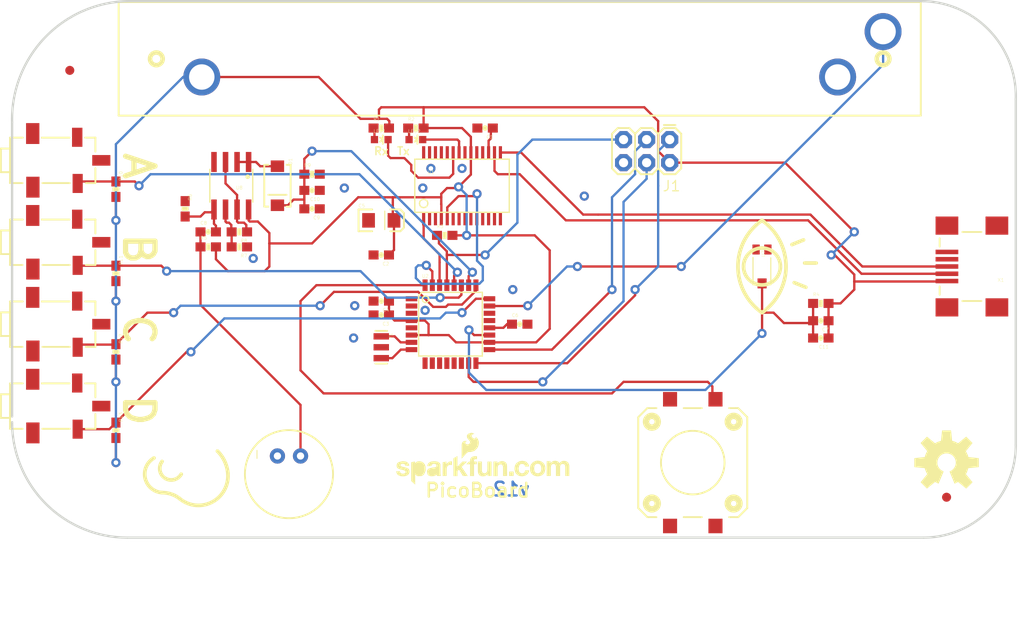
<source format=kicad_pcb>
(kicad_pcb (version 20211014) (generator pcbnew)
  (layers (0 "F.Cu" signal) (31 "B.Cu" signal) (34 "B.Paste" user) (35 "F.Paste" user) (36 "B.SilkS" user "B.Silkscreen") (37 "F.SilkS" user "F.Silkscreen") (38 "B.Mask" user) (39 "F.Mask" user) (44 "Edge.Cuts" user))
  (net 0 "")
  (net 1 "GND")
  (net 2 "USB_D-")
  (net 3 "USB_D+")
  (net 4 "3.3V")
  (net 5 "TXLED")
  (net 6 "RXLED")
  (net 7 "N$1")
  (net 8 "N$2")
  (net 9 "TXO")
  (net 10 "RXI")
  (net 11 "5V")
  (net 12 "N$5")
  (net 13 "N$6")
  (net 14 "RES")
  (net 15 "SCK")
  (net 16 "MISO")
  (net 17 "MOSI")
  (net 18 "N$7")
  (net 19 "N$8")
  (net 20 "N$9")
  (net 21 "N$11")
  (net 22 "N$3")
  (net 23 "N$13")
  (net 24 "N$16")
  (net 25 "RA")
  (net 26 "RB")
  (net 27 "RC")
  (net 28 "RD")
  (net 29 "SOUND")
  (net 30 "N$10")
  (net 31 "LIGHT")
  (footprint "boardEagle:0603-CAP" (layer "F.Cu") (at 145.32563 89.4461 180)
    (fp_text reference "C1")
    (fp_text value "0.1uF")
  )
  (footprint "boardEagle:TEMT6000-SEN" (layer "F.Cu") (at 175.80563 104.6861 -90)
    (fp_text reference "U7")
    (fp_text value "TEMT6000")
  )
  (footprint "boardEagle:0603-RES" (layer "F.Cu") (at 104.68563 114.0841 -90)
    (fp_text reference "R12")
    (fp_text value "10k")
  )
  (footprint "boardEagle:FIDUCIAL-1X2" (layer "F.Cu") (at 99.60563 83.0961)
    (fp_text reference "FID1" hide)
    (fp_text value "FIDUCIAL1X2" hide)
  )
  (footprint "boardEagle:CREATIVE_COMMONS" (layer "F.Cu") (at 113.57563 142.7861)
    (fp_text reference "FRAME1" hide)
    (fp_text value "FRAME-LETTER" hide)
  )
  (footprint "boardEagle:STEREOJACK2.5MM" (layer "F.Cu") (at 94.52563 111.0361)
    (fp_text reference "U5" hide)
    (fp_text value "2.5mm" hide)
  )
  (footprint "boardEagle:0603-RES" (layer "F.Cu") (at 182.28263 108.7501)
    (fp_text reference "R4")
    (fp_text value "100k")
  )
  (footprint "boardEagle:0603-CAP" (layer "F.Cu") (at 114.84563 100.8761)
    (fp_text reference "C8")
    (fp_text value "0.1uF")
  )
  (footprint "boardEagle:USB-MINIB" (layer "F.Cu") (at 198.66563 104.6861 180)
    (fp_text reference "X1")
    (fp_text value "USBSMD")
  )
  (footprint "boardEagle:0603-CAP" (layer "F.Cu") (at 126.27563 98.3361 180)
    (fp_text reference "C9")
    (fp_text value "0.1uF")
  )
  (footprint "boardEagle:RESONATOR-SMD" (layer "F.Cu") (at 133.89563 113.5761 -90)
    (fp_text reference "Y1")
    (fp_text value "16MHz")
  )
  (footprint "boardEagle:SLIDER" (layer "F.Cu") (at 149.13563 81.8261 180)
    (fp_text reference "U10" hide)
    (fp_text value "" hide)
  )
  (footprint "boardEagle:LED-0603" (layer "F.Cu") (at 133.89563 90.7161 -90)
    (fp_text reference "LED1")
    (fp_text value "Red")
  )
  (footprint "boardEagle:FIDUCIAL-1X2" (layer "F.Cu") (at 196.12563 130.0861)
    (fp_text reference "FID2" hide)
    (fp_text value "FIDUCIAL1X2" hide)
  )
  (footprint "boardEagle:0603-RES" (layer "F.Cu") (at 118.27463 102.5271 180)
    (fp_text reference "R7")
    (fp_text value "2.2k")
  )
  (footprint "boardEagle:0603-CAP" (layer "F.Cu") (at 126.27563 96.3041 180)
    (fp_text reference "C10")
    (fp_text value "0.1uF")
  )
  (footprint "boardEagle:0603-CAP" (layer "F.Cu") (at 149.13563 111.0361)
    (fp_text reference "C6")
    (fp_text value "0.1uF")
  )
  (footprint "boardEagle:STEREOJACK2.5MM" (layer "F.Cu") (at 94.52563 93.0021)
    (fp_text reference "U3" hide)
    (fp_text value "2.5mm" hide)
  )
  (footprint "boardEagle:0603-RES" (layer "F.Cu") (at 104.68563 96.1771 -90)
    (fp_text reference "R10")
    (fp_text value "10k")
  )
  (footprint "boardEagle:0603-RES" (layer "F.Cu") (at 104.68563 122.7201 -90)
    (fp_text reference "R13")
    (fp_text value "10k")
  )
  (footprint "boardEagle:SFE-NEW-WEBLOGO" (layer "F.Cu") (at 135.54663 128.6891)
    (fp_text reference "JP1" hide)
    (fp_text value "LOGO-SFENEW" hide)
  )
  (footprint "boardEagle:SMA-DIODE" (layer "F.Cu") (at 122.46563 95.7961 -90)
    (fp_text reference "D1")
    (fp_text value "MBRA140")
  )
  (footprint "boardEagle:OSHW-LOGO-L" (layer "F.Cu") (at 196.12563 126.2761)
    (fp_text reference "LOGO1" hide)
    (fp_text value "OSHW-LOGOL" hide)
  )
  (footprint "boardEagle:TACTILE-SMD-12MM" (layer "F.Cu") (at 168.18563 126.2761 90)
    (fp_text reference "S2" hide)
    (fp_text value "12mm Button" hide)
  )
  (footprint "boardEagle:2X3" (layer "F.Cu") (at 165.64563 90.7161 180)
    (fp_text reference "J1")
    (fp_text value "AVR Prog.")
  )
  (footprint "boardEagle:STEREOJACK2.5MM" (layer "F.Cu") (at 94.52563 102.0191)
    (fp_text reference "U4" hide)
    (fp_text value "2.5mm" hide)
  )
  (footprint "boardEagle:MIC-9.7MM" (layer "F.Cu") (at 123.73563 127.5461 -90)
    (fp_text reference "U9" hide)
    (fp_text value "MIC9.7MM" hide)
  )
  (footprint "boardEagle:0603-RES" (layer "F.Cu") (at 118.27463 100.8761 180)
    (fp_text reference "R8")
    (fp_text value "100k")
  )
  (footprint "boardEagle:0603-CAP" (layer "F.Cu") (at 182.28263 110.6551 180)
    (fp_text reference "C7")
    (fp_text value "0.22uF")
  )
  (footprint "boardEagle:TQFP32-08" (layer "F.Cu") (at 141.51563 111.0361)
    (fp_text reference "U2")
    (fp_text value "ATMEGA328")
  )
  (footprint "boardEagle:LED-0603" (layer "F.Cu") (at 137.70563 90.7161 -90)
    (fp_text reference "LED2")
    (fp_text value "Green")
  )
  (footprint "boardEagle:0603-RES" (layer "F.Cu") (at 140.88063 101.2571)
    (fp_text reference "R3")
    (fp_text value "10k")
  )
  (footprint "boardEagle:SSOP28DB" (layer "F.Cu") (at 142.78563 95.7961)
    (fp_text reference "U1")
    (fp_text value "FT232RLSSOP")
  )
  (footprint "boardEagle:0603-RES" (layer "F.Cu") (at 126.27563 94.5261)
    (fp_text reference "R9")
    (fp_text value "100k")
  )
  (footprint "boardEagle:STEREOJACK2.5MM" (layer "F.Cu") (at 94.52563 120.0531)
    (fp_text reference "U6" hide)
    (fp_text value "2.5mm" hide)
  )
  (footprint "boardEagle:0603-RES" (layer "F.Cu") (at 112.30563 98.3361 -90)
    (fp_text reference "R6")
    (fp_text value "10k")
  )
  (footprint "boardEagle:0603-RES" (layer "F.Cu") (at 114.84563 102.5271)
    (fp_text reference "R5")
    (fp_text value "10k")
  )
  (footprint "boardEagle:0603-CAP" (layer "F.Cu") (at 182.28263 112.5601 180)
    (fp_text reference "C11")
    (fp_text value "0.1uF")
  )
  (footprint "boardEagle:0603-RES" (layer "F.Cu") (at 104.68563 105.4481 -90)
    (fp_text reference "R11")
    (fp_text value "10k")
  )
  (footprint "boardEagle:0603-CAP" (layer "F.Cu") (at 133.89563 103.4161 180)
    (fp_text reference "C2")
    (fp_text value "0.1uF")
  )
  (footprint "boardEagle:0603-CAP" (layer "F.Cu") (at 133.89563 110.0201 180)
    (fp_text reference "C3")
    (fp_text value "0.1uF")
  )
  (footprint "boardEagle:0603-RES" (layer "F.Cu") (at 133.89563 89.4461)
    (fp_text reference "R1")
    (fp_text value "1K")
  )
  (footprint "boardEagle:EIA3216" (layer "F.Cu") (at 133.89563 99.6061)
    (fp_text reference "C5")
    (fp_text value "10uF")
  )
  (footprint "boardEagle:SO08" (layer "F.Cu") (at 117.38563 95.7961 180)
    (fp_text reference "U8")
    (fp_text value "LMV358")
  )
  (footprint "boardEagle:0603-RES" (layer "F.Cu") (at 137.70563 89.4461)
    (fp_text reference "R2")
    (fp_text value "1K")
  )
  (footprint "boardEagle:0603-CAP" (layer "F.Cu") (at 133.89563 108.4961 180)
    (fp_text reference "C4")
    (fp_text value "0.1uF")
  )
  (gr_arc (start 111.873829 127.5461) (mid 110.073306 127.974021) (end 109.76563 126.1491) (layer "F.SilkS") (width 0.4064))
  (gr_arc (start 115.861629 125.006099) (mid 116.64587 126.111828) (end 117.00463 127.4191) (layer "F.SilkS") (width 0.4064))
  (gr_line (start 179.10763 102.2731) (end 180.37763 101.7651) (layer "F.SilkS") (width 0.4064))
  (gr_line (start 179.36163 106.4641) (end 180.63163 106.9721) (layer "F.SilkS") (width 0.4064))
  (gr_arc (start 109.76563 129.5781) (mid 110.769839 129.740474) (end 111.67063 130.2131) (layer "F.SilkS") (width 0.4064))
  (gr_circle (center 175.80563 104.6861) (end 177.83763 104.6861) (layer "F.SilkS") (width 0.4064) (fill none))
  (gr_arc (start 175.80563 109.7661) (mid 173.161169 104.6861) (end 175.80563 99.6061) (layer "F.SilkS") (width 0.4064))
  (gr_arc (start 109.76563 129.578002) (mid 107.905152 128.003454) (end 108.87663 125.7681) (layer "F.SilkS") (width 0.4064))
  (gr_line (start 181.77463 104.3051) (end 180.50463 104.3051) (layer "F.SilkS") (width 0.4064))
  (gr_arc (start 175.805629 99.606099) (mid 178.450091 104.686099) (end 175.80563 109.7661) (layer "F.SilkS") (width 0.4064))
  (gr_arc (start 117.004629 127.4191) (mid 115.279963 130.6151) (end 111.67063 130.2131) (layer "F.SilkS") (width 0.4064))
  (gr_line (start 193.58563 134.5311) (end 105.95563 134.5311) (layer "Edge.Cuts") (width 0.254))
  (gr_arc (start 93.25563 88.8111) (mid 96.843861 79.513344) (end 105.95563 75.4761) (layer "Edge.Cuts") (width 0.254))
  (gr_line (start 193.58563 75.4761) (end 105.95563 75.4761) (layer "Edge.Cuts") (width 0.254))
  (gr_line (start 93.25563 121.1961) (end 93.25563 88.8111) (layer "Edge.Cuts") (width 0.254))
  (gr_arc (start 203.74563 124.3711) (mid 200.769835 131.555305) (end 193.58563 134.5311) (layer "Edge.Cuts") (width 0.254))
  (gr_line (start 203.74563 124.3711) (end 203.74563 86.2711) (layer "Edge.Cuts") (width 0.254))
  (gr_arc (start 105.95563 134.5311) (mid 96.975374 130.811356) (end 93.25563 121.8311) (layer "Edge.Cuts") (width 0.254))
  (gr_arc (start 193.58563 75.4761) (mid 200.901348 78.769395) (end 203.74563 86.2711) (layer "Edge.Cuts") (width 0.254))
  (gr_text "v12" (at 150.40563 130.0861) (layer "B.Cu") (effects (font (size 1.5113 1.5113) (thickness 0.2667)) (justify left bottom mirror)))
  (gr_text "A" (at 105.32063 91.8591 270) (layer "F.SilkS") (effects (font (size 3.2385 3.2385) (thickness 0.5715)) (justify left bottom)))
  (gr_text "D" (at 105.32063 118.5291 270) (layer "F.SilkS") (effects (font (size 3.2385 3.2385) (thickness 0.5715)) (justify left bottom)))
  (gr_text "C" (at 105.32063 109.6391 270) (layer "F.SilkS") (effects (font (size 3.2385 3.2385) (thickness 0.5715)) (justify left bottom)))
  (gr_text "Rx" (at 133.00663 92.4941) (layer "F.SilkS") (effects (font (size 0.8636 0.8636) (thickness 0.1524)) (justify left bottom)))
  (gr_text "PicoBoard" (at 138.59463 130.2131) (layer "F.SilkS") (effects (font (size 1.5113 1.5113) (thickness 0.2667)) (justify left bottom)))
  (gr_text "B" (at 105.32063 100.7491 270) (layer "F.SilkS") (effects (font (size 3.2385 3.2385) (thickness 0.5715)) (justify left bottom)))
  (gr_text "Tx" (at 135.54663 92.4941) (layer "F.SilkS") (effects (font (size 0.8636 0.8636) (thickness 0.1524)) (justify left bottom)))
  (via (at 138.72163 109.5121) (size 1.016) (drill 0.508) (layers "F.Cu" "B.Cu") (net 1))
  (via (at 129.83163 96.0501) (size 1.016) (drill 0.508) (layers "F.Cu" "B.Cu") (net 1))
  (via (at 142.78563 93.8911) (size 1.016) (drill 0.508) (layers "F.Cu" "B.Cu") (net 1))
  (via (at 130.97463 109.0041) (size 1.016) (drill 0.508) (layers "F.Cu" "B.Cu") (net 1))
  (via (at 138.46763 96.0501) (size 1.016) (drill 0.508) (layers "F.Cu" "B.Cu") (net 1))
  (via (at 148.37363 107.2261) (size 1.016) (drill 0.508) (layers "F.Cu" "B.Cu") (net 1))
  (via (at 156.24763 96.9391) (size 1.016) (drill 0.508) (layers "F.Cu" "B.Cu") (net 1))
  (via (at 139.35663 93.8911) (size 1.016) (drill 0.508) (layers "F.Cu" "B.Cu") (net 1))
  (via (at 119.79863 103.7971) (size 1.016) (drill 0.508) (layers "F.Cu" "B.Cu") (net 1))
  (via (at 130.84763 112.5601) (size 1.016) (drill 0.508) (layers "F.Cu" "B.Cu") (net 1))
  (segment (start 146.36063 92.1401) (end 146.36063 94.1641) (width 0.254) (layer "F.Cu") (net 2))
  (segment (start 148.88163 94.5261) (end 149.13563 94.5261) (width 0.254) (layer "F.Cu") (net 2))
  (segment (start 149.13563 94.5261) (end 154.21563 99.6061) (width 0.254) (layer "F.Cu") (net 2))
  (segment (start 146.72263 94.5261) (end 148.88163 94.5261) (width 0.254) (layer "F.Cu") (net 2))
  (segment (start 146.36063 94.1641) (end 146.72263 94.5261) (width 0.254) (layer "F.Cu") (net 2))
  (segment (start 186.76563 105.4861) (end 196.16563 105.4861) (width 0.254) (layer "F.Cu") (net 2))
  (segment (start 154.21563 99.6061) (end 180.88563 99.6061) (width 0.254) (layer "F.Cu") (net 2))
  (segment (start 180.88563 99.6061) (end 186.76563 105.4861) (width 0.254) (layer "F.Cu") (net 2))
  (segment (start 186.85463 104.6861) (end 196.16563 104.6861) (width 0.254) (layer "F.Cu") (net 3))
  (segment (start 156.12063 98.9711) (end 157.77163 98.9711) (width 0.254) (layer "F.Cu") (net 3))
  (segment (start 150.40563 93.2561) (end 156.12063 98.9711) (width 0.254) (layer "F.Cu") (net 3))
  (segment (start 147.01063 92.1401) (end 149.28963 92.1401) (width 0.254) (layer "F.Cu") (net 3))
  (segment (start 157.77163 98.9711) (end 181.13963 98.9711) (width 0.254) (layer "F.Cu") (net 3))
  (segment (start 181.13963 98.9711) (end 184.94963 102.7811) (width 0.254) (layer "F.Cu") (net 3))
  (segment (start 149.28963 92.1401) (end 150.40563 93.2561) (width 0.254) (layer "F.Cu") (net 3))
  (segment (start 185.20363 103.0351) (end 186.85463 104.6861) (width 0.254) (layer "F.Cu") (net 3))
  (segment (start 184.94963 102.7811) (end 185.20363 103.0351) (width 0.254) (layer "F.Cu") (net 3))
  (segment (start 145.71063 92.1401) (end 145.71063 90.8391) (width 0.254) (layer "F.Cu") (net 4))
  (segment (start 145.96063 90.5891) (end 145.96063 89.4461) (width 0.254) (layer "F.Cu") (net 4))
  (segment (start 145.96063 89.4461) (end 146.17563 89.4461) (width 0.254) (layer "F.Cu") (net 4))
  (segment (start 145.71063 90.8391) (end 145.96063 90.5891) (width 0.254) (layer "F.Cu") (net 4))
  (segment (start 137.95963 94.9071) (end 141.38863 94.9071) (width 0.254) (layer "F.Cu") (net 5))
  (segment (start 136.43563 92.7481) (end 134.91163 92.7481) (width 0.254) (layer "F.Cu") (net 5))
  (segment (start 137.95963 94.9071) (end 137.19763 94.1451) (width 0.254) (layer "F.Cu") (net 5))
  (segment (start 141.38863 94.9071) (end 141.81063 94.4851) (width 0.254) (layer "F.Cu") (net 5))
  (segment (start 137.19763 93.5101) (end 136.43563 92.7481) (width 0.254) (layer "F.Cu") (net 5))
  (segment (start 134.91163 92.7481) (end 134.64563 92.4821) (width 0.254) (layer "F.Cu") (net 5))
  (segment (start 141.81063 94.4851) (end 141.81063 92.1401) (width 0.254) (layer "F.Cu") (net 5))
  (segment (start 137.19763 94.1451) (end 137.19763 93.5101) (width 0.254) (layer "F.Cu") (net 5))
  (segment (start 134.64563 92.4821) (end 134.64563 90.7161) (width 0.254) (layer "F.Cu") (net 5))
  (segment (start 142.46063 90.8991) (end 142.46063 92.1401) (width 0.254) (layer "F.Cu") (net 6))
  (segment (start 138.45563 90.7161) (end 142.27763 90.7161) (width 0.254) (layer "F.Cu") (net 6))
  (segment (start 142.27763 90.7161) (end 142.46063 90.8991) (width 0.254) (layer "F.Cu") (net 6))
  (segment (start 133.14563 89.4461) (end 133.04563 89.4461) (width 0.254) (layer "F.Cu") (net 7))
  (segment (start 133.14563 90.7161) (end 133.14563 89.4461) (width 0.254) (layer "F.Cu") (net 7))
  (segment (start 136.95563 89.4461) (end 136.85563 89.4461) (width 0.254) (layer "F.Cu") (net 8))
  (segment (start 136.95563 90.7161) (end 136.95563 89.4461) (width 0.254) (layer "F.Cu") (net 8))
  (segment (start 141.16063 98.1831) (end 142.40463 96.9391) (width 0.254) (layer "F.Cu") (net 9))
  (segment (start 141.16063 99.4521) (end 141.16063 98.1831) (width 0.254) (layer "F.Cu") (net 9))
  (segment (start 139.51563 105.2261) (end 139.51563 106.7435) (width 0.254) (layer "F.Cu") (net 9))
  (segment (start 138.84863 104.5591) (end 139.51563 105.2261) (width 0.254) (layer "F.Cu") (net 9))
  (segment (start 142.40463 96.9391) (end 144.18263 96.9391) (width 0.254) (layer "F.Cu") (net 9))
  (segment (start 144.18263 96.9391) (end 144.43663 96.6851) (width 0.254) (layer "F.Cu") (net 9))
  (via (at 144.43663 96.6851) (size 1.016) (drill 0.508) (layers "F.Cu" "B.Cu") (net 9))
  (via (at 138.84863 104.5591) (size 1.016) (drill 0.508) (layers "F.Cu" "B.Cu") (net 9))
  (segment (start 138.34063 106.5911) (end 137.70563 105.9561) (width 0.254) (layer "B.Cu") (net 9))
  (segment (start 138.34063 106.5911) (end 144.69063 106.5911) (width 0.254) (layer "B.Cu") (net 9))
  (segment (start 137.70563 104.8131) (end 137.95963 104.5591) (width 0.254) (layer "B.Cu") (net 9))
  (segment (start 137.70563 105.9561) (end 137.70563 104.8131) (width 0.254) (layer "B.Cu") (net 9))
  (segment (start 145.07163 104.6861) (end 144.43663 104.0511) (width 0.254) (layer "B.Cu") (net 9))
  (segment (start 145.07163 106.2101) (end 145.07163 104.6861) (width 0.254) (layer "B.Cu") (net 9))
  (segment (start 144.43663 104.0511) (end 144.43663 96.6851) (width 0.254) (layer "B.Cu") (net 9))
  (segment (start 137.95963 104.5591) (end 138.84863 104.5591) (width 0.254) (layer "B.Cu") (net 9))
  (segment (start 144.69063 106.5911) (end 145.07163 106.2101) (width 0.254) (layer "B.Cu") (net 9))
  (segment (start 138.56063 101.6041) (end 138.56063 99.4521) (width 0.254) (layer "F.Cu") (net 10))
  (segment (start 140.31563 103.3591) (end 140.24563 103.2891) (width 0.254) (layer "F.Cu") (net 10))
  (segment (start 140.31563 104.2351) (end 140.31563 103.3591) (width 0.254) (layer "F.Cu") (net 10))
  (segment (start 140.31563 106.7435) (end 140.31563 104.2351) (width 0.254) (layer "F.Cu") (net 10))
  (segment (start 140.24563 103.2891) (end 138.56063 101.6041) (width 0.254) (layer "F.Cu") (net 10))
  (segment (start 134.53063 88.4301) (end 133.64163 88.4301) (width 0.254) (layer "F.Cu") (net 11))
  (segment (start 131.35563 97.0661) (end 126.27563 102.1461) (width 0.254) (layer "F.Cu") (net 11))
  (segment (start 134.74563 110.0201) (end 134.74563 108.4961) (width 0.254) (layer "F.Cu") (net 11))
  (segment (start 133.89563 87.1601) (end 133.64163 87.4141) (width 0.254) (layer "F.Cu") (net 11))
  (segment (start 143.29363 101.2571) (end 141.73063 101.2571) (width 0.254) (layer "F.Cu") (net 11))
  (segment (start 115.69563 103.8851) (end 117.00463 105.1941) (width 0.254) (layer "F.Cu") (net 11))
  (segment (start 131.60963 88.4301) (end 133.64163 88.4301) (width 0.254) (layer "F.Cu") (net 11))
  (segment (start 135.16563 99.4761) (end 135.16563 97.0661) (width 0.254) (layer "F.Cu") (net 11))
  (segment (start 140.49963 96.6851) (end 141.13463 96.0501) (width 0.254) (layer "F.Cu") (net 11))
  (segment (start 135.29563 99.6061) (end 135.16563 99.4761) (width 0.254) (layer "F.Cu") (net 11))
  (segment (start 143.76063 92.1401) (end 143.76063 90.4211) (width 0.254) (layer "F.Cu") (net 11))
  (segment (start 141.13463 96.0501) (end 142.27763 96.0501) (width 0.254) (layer "F.Cu") (net 11))
  (segment (start 134.78463 89.4071) (end 134.74563 89.4461) (width 0.254) (layer "F.Cu") (net 11))
  (segment (start 196.11463 106.3371) (end 196.16563 106.2861) (width 0.254) (layer "F.Cu") (net 11))
  (segment (start 145.80823 113.0361) (end 142.11863 113.0361) (width 0.254) (layer "F.Cu") (net 11))
  (segment (start 185.96563 105.5751) (end 185.96563 106.3371) (width 0.254) (layer "F.Cu") (net 11))
  (segment (start 178.34563 93.2561) (end 185.96563 100.8761) (width 0.254) (layer "F.Cu") (net 11))
  (segment (start 150.94563 113.0361) (end 145.80823 113.0361) (width 0.254) (layer "F.Cu") (net 11))
  (segment (start 140.49963 97.8281) (end 140.51063 97.8391) (width 0.254) (layer "F.Cu") (net 11))
  (segment (start 150.78663 101.2571) (end 143.29363 101.2571) (width 0.254) (layer "F.Cu") (net 11))
  (segment (start 138.70263 110.6361) (end 137.22303 110.6361) (width 0.254) (layer "F.Cu") (net 11))
  (segment (start 127.00563 83.8261) (end 131.60963 88.4301) (width 0.254) (layer "F.Cu") (net 11))
  (segment (start 134.53063 88.4301) (end 134.78463 88.6841) (width 0.254) (layer "F.Cu") (net 11))
  (segment (start 133.89563 87.1601) (end 138.55563 87.1601) (width 0.254) (layer "F.Cu") (net 11))
  (segment (start 121.57663 104.6861) (end 121.57663 102.1461) (width 0.254) (layer "F.Cu") (net 11))
  (segment (start 164.37563 91.9861) (end 165.64563 93.2561) (width 0.254) (layer "F.Cu") (net 11))
  (segment (start 183.13263 112.5601) (end 183.13263 110.6551) (width 0.254) (layer "F.Cu") (net 11))
  (segment (start 142.27763 96.0501) (end 142.40463 95.9231) (width 0.254) (layer "F.Cu") (net 11))
  (segment (start 152.43763 102.9081) (end 150.78663 101.2571) (width 0.254) (layer "F.Cu") (net 11))
  (segment (start 183.42563 103.4161) (end 183.80663 103.4161) (width 0.254) (layer "F.Cu") (net 11))
  (segment (start 183.20863 108.8261) (end 183.20863 108.8261) (width 0.254) (layer "F.Cu") (net 11))
  (segment (start 135.36163 110.6361) (end 137.22303 110.6361) (width 0.254) (layer "F.Cu") (net 11))
  (segment (start 138.55563 87.1601) (end 162.85163 87.1601) (width 0.254) (layer "F.Cu") (net 11))
  (segment (start 114.13563 83.8261) (end 127.00563 83.8261) (width 0.254) (layer "F.Cu") (net 11))
  (segment (start 162.85163 87.1601) (end 164.37563 88.6841) (width 0.254) (layer "F.Cu") (net 11))
  (segment (start 183.80663 103.4161) (end 185.96563 105.5751) (width 0.254) (layer "F.Cu") (net 11))
  (segment (start 185.96563 107.2261) (end 184.44163 108.7501) (width 0.254) (layer "F.Cu") (net 11))
  (segment (start 135.16563 97.0661) (end 140.49963 97.0661) (width 0.254) (layer "F.Cu") (net 11))
  (segment (start 126.27563 102.1461) (end 121.57663 102.1461) (width 0.254) (layer "F.Cu") (net 11))
  (segment (start 115.69563 102.5271) (end 115.69563 103.8851) (width 0.254) (layer "F.Cu") (net 11))
  (segment (start 139.10263 112.2361) (end 139.10263 111.0361) (width 0.254) (layer "F.Cu") (net 11))
  (segment (start 140.49963 97.8281) (end 140.49963 97.0661) (width 0.254) (layer "F.Cu") (net 11))
  (segment (start 140.51063 97.8391) (end 140.51063 99.4521) (width 0.254) (layer "F.Cu") (net 11))
  (segment (start 119.29063 99.6061) (end 119.41763 99.7331) (width 0.254) (layer "F.Cu") (net 11))
  (segment (start 140.49963 97.0661) (end 140.49963 96.6851) (width 0.254) (layer "F.Cu") (net 11))
  (segment (start 165.64563 93.2561) (end 178.34563 93.2561) (width 0.254) (layer "F.Cu") (net 11))
  (segment (start 143.76063 90.4211) (end 142.78563 89.4461) (width 0.254) (layer "F.Cu") (net 11))
  (segment (start 104.68563 123.5701) (end 104.68563 126.2761) (width 0.254) (layer "F.Cu") (net 11))
  (segment (start 104.68563 99.6061) (end 104.68563 97.0271) (width 0.254) (layer "F.Cu") (net 11))
  (segment (start 119.41763 99.7331) (end 120.30663 99.7331) (width 0.254) (layer "F.Cu") (net 11))
  (segment (start 104.68563 108.4961) (end 104.68563 106.2981) (width 0.254) (layer "F.Cu") (net 11))
  (segment (start 134.74563 103.4161) (end 135.29563 102.8661) (width 0.254) (layer "F.Cu") (net 11))
  (segment (start 134.78463 88.6841) (end 134.78463 89.4071) (width 0.254) (layer "F.Cu") (net 11))
  (segment (start 185.96563 106.3371) (end 185.96563 107.2261) (width 0.254) (layer "F.Cu") (net 11))
  (segment (start 142.40463 95.9231) (end 143.76063 94.5671) (width 0.254) (layer "F.Cu") (net 11))
  (segment (start 121.57663 102.1461) (end 121.57663 101.0031) (width 0.254) (layer "F.Cu") (net 11))
  (segment (start 152.43763 111.5441) (end 150.94563 113.0361) (width 0.254) (layer "F.Cu") (net 11))
  (segment (start 183.20863 108.8261) (end 183.20863 108.5861) (width 0.254) (layer "F.Cu") (net 11))
  (segment (start 142.78563 89.4461) (end 138.55563 89.4461) (width 0.254) (layer "F.Cu") (net 11))
  (segment (start 104.68563 117.3861) (end 104.68563 114.9341) (width 0.254) (layer "F.Cu") (net 11))
  (segment (start 135.29563 102.8661) (end 135.29563 99.6061) (width 0.254) (layer "F.Cu") (net 11))
  (segment (start 119.29063 98.4123) (end 119.29063 99.6061) (width 0.254) (layer "F.Cu") (net 11))
  (segment (start 143.76063 94.5671) (end 143.76063 92.1401) (width 0.254) (layer "F.Cu") (net 11))
  (segment (start 183.20863 108.8261) (end 183.13263 108.7501) (width 0.254) (layer "F.Cu") (net 11))
  (segment (start 133.64163 87.4141) (end 133.64163 88.4301) (width 0.254) (layer "F.Cu") (net 11))
  (segment (start 142.11863 113.0361) (end 141.31863 112.2361) (width 0.254) (layer "F.Cu") (net 11))
  (segment (start 183.13263 110.6551) (end 183.13263 108.7501) (width 0.254) (layer "F.Cu") (net 11))
  (segment (start 135.16563 97.0661) (end 131.35563 97.0661) (width 0.254) (layer "F.Cu") (net 11))
  (segment (start 121.06863 105.1941) (end 121.57663 104.6861) (width 0.254) (layer "F.Cu") (net 11))
  (segment (start 185.96563 106.3371) (end 196.11463 106.3371) (width 0.254) (layer "F.Cu") (net 11))
  (segment (start 184.44163 108.7501) (end 183.13263 108.7501) (width 0.254) (layer "F.Cu") (net 11))
  (segment (start 134.74563 110.0201) (end 135.36163 110.6361) (width 0.254) (layer "F.Cu") (net 11))
  (segment (start 139.10263 111.0361) (end 138.70263 110.6361) (width 0.254) (layer "F.Cu") (net 11))
  (segment (start 120.30663 99.7331) (end 121.57663 101.0031) (width 0.254) (layer "F.Cu") (net 11))
  (segment (start 139.10263 112.2361) (end 137.22303 112.2361) (width 0.254) (layer "F.Cu") (net 11))
  (segment (start 138.55563 89.4461) (end 138.55563 87.1601) (width 0.254) (layer "F.Cu") (net 11))
  (segment (start 117.00463 105.1941) (end 121.06863 105.1941) (width 0.254) (layer "F.Cu") (net 11))
  (segment (start 141.31863 112.2361) (end 139.10263 112.2361) (width 0.254) (layer "F.Cu") (net 11))
  (segment (start 152.43763 111.5441) (end 152.43763 102.9081) (width 0.254) (layer "F.Cu") (net 11))
  (segment (start 164.37563 88.6841) (end 164.37563 91.9861) (width 0.254) (layer "F.Cu") (net 11))
  (via (at 142.40463 95.9231) (size 1.016) (drill 0.508) (layers "F.Cu" "B.Cu") (net 11))
  (via (at 104.68563 117.3861) (size 1.016) (drill 0.508) (layers "F.Cu" "B.Cu") (net 11))
  (via (at 183.42563 103.4161) (size 1.016) (drill 0.508) (layers "F.Cu" "B.Cu") (net 11))
  (via (at 143.29363 101.2571) (size 1.016) (drill 0.508) (layers "F.Cu" "B.Cu") (net 11))
  (via (at 104.68563 126.2761) (size 1.016) (drill 0.508) (layers "F.Cu" "B.Cu") (net 11))
  (via (at 104.68563 99.6061) (size 1.016) (drill 0.508) (layers "F.Cu" "B.Cu") (net 11))
  (via (at 185.96563 100.8761) (size 1.016) (drill 0.508) (layers "F.Cu" "B.Cu") (net 11))
  (via (at 104.68563 108.4961) (size 1.016) (drill 0.508) (layers "F.Cu" "B.Cu") (net 11))
  (segment (start 104.68563 117.3861) (end 104.68563 108.4961) (width 0.254) (layer "B.Cu") (net 11))
  (segment (start 143.29363 96.8121) (end 143.29363 101.2571) (width 0.254) (layer "B.Cu") (net 11))
  (segment (start 104.68563 91.2241) (end 112.08363 83.8261) (width 0.254) (layer "B.Cu") (net 11))
  (segment (start 104.68563 126.2761) (end 104.68563 117.3861) (width 0.254) (layer "B.Cu") (net 11))
  (segment (start 104.68563 108.4961) (end 104.68563 99.6061) (width 0.254) (layer "B.Cu") (net 11))
  (segment (start 185.96563 100.8761) (end 183.42563 103.4161) (width 0.254) (layer "B.Cu") (net 11))
  (segment (start 142.40463 95.9231) (end 143.29363 96.8121) (width 0.254) (layer "B.Cu") (net 11))
  (segment (start 112.08363 83.8261) (end 114.13563 83.8261) (width 0.254) (layer "B.Cu") (net 11))
  (segment (start 104.68563 99.6061) (end 104.68563 91.2241) (width 0.254) (layer "B.Cu") (net 11))
  (segment (start 133.89563 112.3761) (end 135.36263 112.3761) (width 0.254) (layer "F.Cu") (net 12))
  (segment (start 135.41963 112.4331) (end 136.02263 113.0361) (width 0.254) (layer "F.Cu") (net 12))
  (segment (start 136.02263 113.0361) (end 137.22303 113.0361) (width 0.254) (layer "F.Cu") (net 12))
  (segment (start 135.36263 112.3761) (end 135.41963 112.4331) (width 0.254) (layer "F.Cu") (net 12))
  (segment (start 136.04863 113.8361) (end 137.22303 113.8361) (width 0.254) (layer "F.Cu") (net 13))
  (segment (start 133.89563 114.7761) (end 135.10863 114.7761) (width 0.254) (layer "F.Cu") (net 13))
  (segment (start 135.16563 114.7191) (end 136.04863 113.8361) (width 0.254) (layer "F.Cu") (net 13))
  (segment (start 135.10863 114.7761) (end 135.16563 114.7191) (width 0.254) (layer "F.Cu") (net 13))
  (segment (start 141.11563 106.7435) (end 141.11563 103.4161) (width 0.254) (layer "F.Cu") (net 14))
  (segment (start 141.11563 103.4161) (end 141.11563 103.0161) (width 0.254) (layer "F.Cu") (net 14))
  (segment (start 141.11563 103.0161) (end 140.24563 102.1461) (width 0.254) (layer "F.Cu") (net 14))
  (segment (start 140.24563 101.4721) (end 140.03063 101.2571) (width 0.254) (layer "F.Cu") (net 14))
  (segment (start 145.32563 103.4161) (end 141.11563 103.4161) (width 0.254) (layer "F.Cu") (net 14))
  (segment (start 140.24563 102.1461) (end 140.24563 101.4721) (width 0.254) (layer "F.Cu") (net 14))
  (via (at 145.32563 103.4161) (size 1.016) (drill 0.508) (layers "F.Cu" "B.Cu") (net 14))
  (segment (start 148.88163 92.3671) (end 150.53263 90.7161) (width 0.254) (layer "B.Cu") (net 14))
  (segment (start 145.32563 103.4161) (end 148.88163 99.8601) (width 0.254) (layer "B.Cu") (net 14))
  (segment (start 148.88163 99.8601) (end 148.88163 92.3671) (width 0.254) (layer "B.Cu") (net 14))
  (segment (start 150.53263 90.7161) (end 160.56563 90.7161) (width 0.254) (layer "B.Cu") (net 14))
  (segment (start 152.68563 113.8361) (end 152.94563 113.5761) (width 0.254) (layer "F.Cu") (net 15))
  (segment (start 145.80823 113.8361) (end 152.68563 113.8361) (width 0.254) (layer "F.Cu") (net 15))
  (segment (start 152.94563 113.5761) (end 159.29563 107.2261) (width 0.254) (layer "F.Cu") (net 15))
  (via (at 159.29563 107.2261) (size 1.016) (drill 0.508) (layers "F.Cu" "B.Cu") (net 15))
  (segment (start 161.83563 91.9861) (end 163.10563 90.7161) (width 0.254) (layer "B.Cu") (net 15))
  (segment (start 159.29563 97.0661) (end 161.83563 94.5261) (width 0.254) (layer "B.Cu") (net 15))
  (segment (start 159.29563 107.2261) (end 159.29563 97.0661) (width 0.254) (layer "B.Cu") (net 15))
  (segment (start 161.83563 94.5261) (end 161.83563 93.2561) (width 0.254) (layer "B.Cu") (net 15))
  (segment (start 161.83563 93.2561) (end 161.83563 91.9861) (width 0.254) (layer "B.Cu") (net 15))
  (segment (start 144.31563 115.3287) (end 154.36803 115.3287) (width 0.254) (layer "F.Cu") (net 16))
  (segment (start 161.83563 107.8611) (end 161.83563 107.2261) (width 0.254) (layer "F.Cu") (net 16))
  (segment (start 154.36803 115.3287) (end 155.23163 114.4651) (width 0.254) (layer "F.Cu") (net 16))
  (segment (start 155.23163 114.4651) (end 155.35863 114.3381) (width 0.254) (layer "F.Cu") (net 16))
  (segment (start 161.20063 108.4961) (end 161.83563 107.8611) (width 0.254) (layer "F.Cu") (net 16))
  (segment (start 155.35863 114.3381) (end 161.20063 108.4961) (width 0.254) (layer "F.Cu") (net 16))
  (via (at 161.83563 107.2261) (size 1.016) (drill 0.508) (layers "F.Cu" "B.Cu") (net 16))
  (segment (start 164.37563 91.9861) (end 165.64563 90.7161) (width 0.254) (layer "B.Cu") (net 16))
  (segment (start 161.83563 107.2261) (end 164.37563 104.6861) (width 0.254) (layer "B.Cu") (net 16))
  (segment (start 164.37563 104.6861) (end 164.37563 95.7961) (width 0.254) (layer "B.Cu") (net 16))
  (segment (start 164.37563 95.7961) (end 164.37563 91.9861) (width 0.254) (layer "B.Cu") (net 16))
  (segment (start 143.51563 115.3287) (end 143.51563 116.8461) (width 0.254) (layer "F.Cu") (net 17))
  (segment (start 143.51563 116.8461) (end 144.05563 117.3861) (width 0.254) (layer "F.Cu") (net 17))
  (segment (start 144.05563 117.3861) (end 151.67563 117.3861) (width 0.254) (layer "F.Cu") (net 17))
  (via (at 151.67563 117.3861) (size 1.016) (drill 0.508) (layers "F.Cu" "B.Cu") (net 17))
  (segment (start 151.67563 117.3861) (end 160.56563 108.4961) (width 0.254) (layer "B.Cu") (net 17))
  (segment (start 163.10563 95.0341) (end 163.10563 93.2561) (width 0.254) (layer "B.Cu") (net 17))
  (segment (start 160.56563 108.4961) (end 160.56563 97.5741) (width 0.254) (layer "B.Cu") (net 17))
  (segment (start 160.56563 97.5741) (end 163.10563 95.0341) (width 0.254) (layer "B.Cu") (net 17))
  (segment (start 145.80823 111.4361) (end 147.33863 111.4361) (width 0.254) (layer "F.Cu") (net 18))
  (segment (start 147.73863 111.0361) (end 148.28563 111.0361) (width 0.254) (layer "F.Cu") (net 18))
  (segment (start 147.48463 111.2901) (end 147.73863 111.0361) (width 0.254) (layer "F.Cu") (net 18))
  (segment (start 147.33863 111.4361) (end 147.48463 111.2901) (width 0.254) (layer "F.Cu") (net 18))
  (segment (start 125.00563 108.4961) (end 126.75823 106.7435) (width 0.254) (layer "F.Cu") (net 19))
  (segment (start 170.68563 119.9661) (end 170.68563 119.3011) (width 0.254) (layer "F.Cu") (net 19))
  (segment (start 125.00563 116.1161) (end 125.00563 108.4961) (width 0.254) (layer "F.Cu") (net 19))
  (segment (start 170.34463 118.9601) (end 170.68563 119.3011) (width 0.254) (layer "F.Cu") (net 19))
  (segment (start 126.75823 106.7435) (end 138.71563 106.7435) (width 0.254) (layer "F.Cu") (net 19))
  (segment (start 170.72563 119.9261) (end 170.68563 119.9661) (width 0.254) (layer "F.Cu") (net 19))
  (segment (start 160.56563 117.3861) (end 169.83663 117.3861) (width 0.254) (layer "F.Cu") (net 19))
  (segment (start 159.29563 118.6561) (end 160.56563 117.3861) (width 0.254) (layer "F.Cu") (net 19))
  (segment (start 169.83663 117.3861) (end 170.34463 117.8941) (width 0.254) (layer "F.Cu") (net 19))
  (segment (start 170.34463 117.8941) (end 170.34463 118.9601) (width 0.254) (layer "F.Cu") (net 19))
  (segment (start 127.54563 118.6561) (end 159.29563 118.6561) (width 0.254) (layer "F.Cu") (net 19))
  (segment (start 127.54563 118.6561) (end 125.00563 116.1161) (width 0.254) (layer "F.Cu") (net 19))
  (segment (start 125.00563 125.5461) (end 125.00563 119.9261) (width 0.254) (layer "F.Cu") (net 20))
  (segment (start 125.00563 119.9261) (end 113.99563 108.9161) (width 0.254) (layer "F.Cu") (net 20))
  (segment (start 113.99563 102.5271) (end 113.99563 100.8761) (width 0.254) (layer "F.Cu") (net 20))
  (segment (start 113.99563 108.9161) (end 113.99563 102.5271) (width 0.254) (layer "F.Cu") (net 20))
  (segment (start 115.69563 100.2021) (end 115.48063 99.9871) (width 0.254) (layer "F.Cu") (net 21))
  (segment (start 112.30563 99.1861) (end 113.99563 99.1861) (width 0.254) (layer "F.Cu") (net 21))
  (segment (start 115.48063 99.9871) (end 115.48063 98.4123) (width 0.254) (layer "F.Cu") (net 21))
  (segment (start 115.69563 100.8761) (end 115.69563 100.2021) (width 0.254) (layer "F.Cu") (net 21))
  (segment (start 114.46463 98.7171) (end 115.17583 98.7171) (width 0.254) (layer "F.Cu") (net 21))
  (segment (start 113.99563 99.1861) (end 114.46463 98.7171) (width 0.254) (layer "F.Cu") (net 21))
  (segment (start 115.17583 98.7171) (end 115.48063 98.4123) (width 0.254) (layer "F.Cu") (net 21))
  (segment (start 116.75063 99.7331) (end 116.87763 99.8601) (width 0.254) (layer "F.Cu") (net 22))
  (segment (start 117.13163 99.8601) (end 117.38563 100.1141) (width 0.254) (layer "F.Cu") (net 22))
  (segment (start 116.75063 98.4123) (end 116.75063 99.7331) (width 0.254) (layer "F.Cu") (net 22))
  (segment (start 117.38563 100.8371) (end 117.42463 100.8761) (width 0.254) (layer "F.Cu") (net 22))
  (segment (start 117.38563 100.1141) (end 117.38563 100.8371) (width 0.254) (layer "F.Cu") (net 22))
  (segment (start 117.42463 102.5271) (end 117.42463 100.8761) (width 0.254) (layer "F.Cu") (net 22))
  (segment (start 116.87763 99.8601) (end 117.13163 99.8601) (width 0.254) (layer "F.Cu") (net 22))
  (segment (start 120.30663 93.3831) (end 120.56963 93.6461) (width 0.254) (layer "F.Cu") (net 23))
  (segment (start 118.19843 93.1799) (end 119.29063 93.1799) (width 0.254) (layer "F.Cu") (net 23))
  (segment (start 120.56963 93.6461) (end 122.46563 93.6461) (width 0.254) (layer "F.Cu") (net 23))
  (segment (start 118.14763 93.1291) (end 118.19843 93.1799) (width 0.254) (layer "F.Cu") (net 23))
  (segment (start 118.02063 93.1799) (end 118.09683 93.1799) (width 0.254) (layer "F.Cu") (net 23))
  (segment (start 119.29063 93.1799) (end 120.10343 93.1799) (width 0.254) (layer "F.Cu") (net 23))
  (segment (start 120.17963 93.2561) (end 120.30663 93.3831) (width 0.254) (layer "F.Cu") (net 23))
  (segment (start 118.09683 93.1799) (end 118.14763 93.1291) (width 0.254) (layer "F.Cu") (net 23))
  (segment (start 120.10343 93.1799) (end 120.17963 93.2561) (width 0.254) (layer "F.Cu") (net 23))
  (segment (start 119.03663 100.7881) (end 119.12463 100.8761) (width 0.254) (layer "F.Cu") (net 24))
  (segment (start 118.02063 98.4123) (end 118.02063 99.7331) (width 0.254) (layer "F.Cu") (net 24))
  (segment (start 118.02063 96.8121) (end 116.75063 95.5421) (width 0.254) (layer "F.Cu") (net 24))
  (segment (start 118.02063 99.7331) (end 118.14763 99.8601) (width 0.254) (layer "F.Cu") (net 24))
  (segment (start 119.03663 100.1141) (end 119.03663 100.7881) (width 0.254) (layer "F.Cu") (net 24))
  (segment (start 118.02063 98.4123) (end 118.02063 96.8121) (width 0.254) (layer "F.Cu") (net 24))
  (segment (start 116.75063 95.5421) (end 116.75063 93.1799) (width 0.254) (layer "F.Cu") (net 24))
  (segment (start 118.78263 99.8601) (end 119.03663 100.1141) (width 0.254) (layer "F.Cu") (net 24))
  (segment (start 118.14763 99.8601) (end 118.78263 99.8601) (width 0.254) (layer "F.Cu") (net 24))
  (segment (start 104.68563 95.3271) (end 106.75663 95.3271) (width 0.254) (layer "F.Cu") (net 25))
  (segment (start 142.27763 105.3211) (end 141.91563 105.6831) (width 0.254) (layer "F.Cu") (net 25))
  (segment (start 104.68563 95.3271) (end 100.68983 95.3271) (width 0.254) (layer "F.Cu") (net 25))
  (segment (start 100.68983 95.3271) (end 100.47483 95.5421) (width 0.254) (layer "F.Cu") (net 25))
  (segment (start 106.75663 95.3271) (end 107.22563 95.7961) (width 0.254) (layer "F.Cu") (net 25))
  (segment (start 141.91563 105.6831) (end 141.91563 106.7435) (width 0.254) (layer "F.Cu") (net 25))
  (via (at 142.27763 105.3211) (size 1.016) (drill 0.508) (layers "F.Cu" "B.Cu") (net 25))
  (via (at 107.22563 95.7961) (size 1.016) (drill 0.508) (layers "F.Cu" "B.Cu") (net 25))
  (segment (start 131.48263 94.5261) (end 142.27763 105.3211) (width 0.254) (layer "B.Cu") (net 25))
  (segment (start 108.49563 94.5261) (end 131.48263 94.5261) (width 0.254) (layer "B.Cu") (net 25))
  (segment (start 107.22563 95.7961) (end 108.49563 94.5261) (width 0.254) (layer "B.Cu") (net 25))
  (segment (start 100.74863 104.4321) (end 100.78463 104.3961) (width 0.254) (layer "F.Cu") (net 26))
  (segment (start 104.68563 104.5981) (end 100.51383 104.5981) (width 0.254) (layer "F.Cu") (net 26))
  (segment (start 104.68563 104.5981) (end 109.67763 104.5981) (width 0.254) (layer "F.Cu") (net 26))
  (segment (start 142.40463 108.1151) (end 142.71563 107.8041) (width 0.254) (layer "F.Cu") (net 26))
  (segment (start 142.71563 107.8041) (end 142.71563 106.7435) (width 0.254) (layer "F.Cu") (net 26))
  (segment (start 100.63783 104.3961) (end 100.47483 104.5591) (width 0.254) (layer "F.Cu") (net 26))
  (segment (start 100.71263 104.3961) (end 100.63783 104.3961) (width 0.254) (layer "F.Cu") (net 26))
  (segment (start 140.37263 108.1151) (end 142.40463 108.1151) (width 0.254) (layer "F.Cu") (net 26))
  (segment (start 100.51383 104.5981) (end 100.47483 104.5591) (width 0.254) (layer "F.Cu") (net 26))
  (segment (start 100.71263 104.3961) (end 100.74863 104.4321) (width 0.254) (layer "F.Cu") (net 26))
  (segment (start 109.67763 104.5981) (end 110.27363 105.1941) (width 0.254) (layer "F.Cu") (net 26))
  (via (at 140.37263 108.1151) (size 1.016) (drill 0.508) (layers "F.Cu" "B.Cu") (net 26))
  (via (at 110.27363 105.1941) (size 1.016) (drill 0.508) (layers "F.Cu" "B.Cu") (net 26))
  (segment (start 134.53063 108.1151) (end 140.37263 108.1151) (width 0.254) (layer "B.Cu") (net 26))
  (segment (start 110.27363 105.1941) (end 131.60963 105.1941) (width 0.254) (layer "B.Cu") (net 26))
  (segment (start 131.60963 105.1941) (end 134.53063 108.1151) (width 0.254) (layer "B.Cu") (net 26))
  (segment (start 128.68863 107.4801) (end 137.95963 107.4801) (width 0.254) (layer "F.Cu") (net 27))
  (segment (start 100.83963 113.2861) (end 100.87563 113.3221) (width 0.254) (layer "F.Cu") (net 27))
  (segment (start 108.15363 109.7661) (end 111.03563 109.7661) (width 0.254) (layer "F.Cu") (net 27))
  (segment (start 104.63363 113.2861) (end 100.83963 113.2861) (width 0.254) (layer "F.Cu") (net 27))
  (segment (start 144.31563 107.3471) (end 144.31563 106.7435) (width 0.254) (layer "F.Cu") (net 27))
  (segment (start 104.68563 113.2341) (end 108.15363 109.7661) (width 0.254) (layer "F.Cu") (net 27))
  (segment (start 142.78563 108.8771) (end 144.31563 107.3471) (width 0.254) (layer "F.Cu") (net 27))
  (segment (start 127.16463 109.0041) (end 128.68863 107.4801) (width 0.254) (layer "F.Cu") (net 27))
  (segment (start 141.26163 108.8771) (end 142.78563 108.8771) (width 0.254) (layer "F.Cu") (net 27))
  (segment (start 100.76483 113.2861) (end 100.47483 113.5761) (width 0.254) (layer "F.Cu") (net 27))
  (segment (start 104.68563 113.2341) (end 104.63363 113.2861) (width 0.254) (layer "F.Cu") (net 27))
  (segment (start 141.00763 109.1311) (end 141.26163 108.8771) (width 0.254) (layer "F.Cu") (net 27))
  (segment (start 100.87563 113.3221) (end 100.91163 113.2861) (width 0.254) (layer "F.Cu") (net 27))
  (segment (start 100.83963 113.2861) (end 100.76483 113.2861) (width 0.254) (layer "F.Cu") (net 27))
  (segment (start 137.95963 107.4801) (end 139.61063 109.1311) (width 0.254) (layer "F.Cu") (net 27))
  (segment (start 139.61063 109.1311) (end 141.00763 109.1311) (width 0.254) (layer "F.Cu") (net 27))
  (via (at 127.16463 109.0041) (size 1.016) (drill 0.508) (layers "F.Cu" "B.Cu") (net 27))
  (via (at 111.03563 109.7661) (size 1.016) (drill 0.508) (layers "F.Cu" "B.Cu") (net 27))
  (segment (start 111.03563 109.7661) (end 111.79763 109.0041) (width 0.254) (layer "B.Cu") (net 27))
  (segment (start 111.79763 109.0041) (end 127.16463 109.0041) (width 0.254) (layer "B.Cu") (net 27))
  (segment (start 100.47483 122.5931) (end 100.47483 122.2319) (width 0.254) (layer "F.Cu") (net 28))
  (segment (start 104.68563 121.8701) (end 112.47163 114.0841) (width 0.254) (layer "F.Cu") (net 28))
  (segment (start 103.96263 122.5931) (end 100.47483 122.5931) (width 0.254) (layer "F.Cu") (net 28))
  (segment (start 112.47163 114.0841) (end 112.94063 114.0841) (width 0.254) (layer "F.Cu") (net 28))
  (segment (start 104.68563 121.8701) (end 103.96263 122.5931) (width 0.254) (layer "F.Cu") (net 28))
  (segment (start 144.31563 108.2361) (end 145.80823 108.2361) (width 0.254) (layer "F.Cu") (net 28))
  (segment (start 142.78563 109.7661) (end 144.31563 108.2361) (width 0.254) (layer "F.Cu") (net 28))
  (segment (start 100.53063 122.1761) (end 100.47483 122.2319) (width 0.254) (layer "F.Cu") (net 28))
  (via (at 142.78563 109.7661) (size 1.016) (drill 0.508) (layers "F.Cu" "B.Cu") (net 28))
  (via (at 112.94063 114.0841) (size 1.016) (drill 0.508) (layers "F.Cu" "B.Cu") (net 28))
  (segment (start 140.37263 110.4011) (end 141.00763 109.7661) (width 0.254) (layer "B.Cu") (net 28))
  (segment (start 141.00763 109.7661) (end 142.78563 109.7661) (width 0.254) (layer "B.Cu") (net 28))
  (segment (start 116.62363 110.4011) (end 140.37263 110.4011) (width 0.254) (layer "B.Cu") (net 28))
  (segment (start 112.94063 114.0841) (end 116.62363 110.4011) (width 0.254) (layer "B.Cu") (net 28))
  (segment (start 143.92863 105.3211) (end 143.51563 105.7341) (width 0.254) (layer "F.Cu") (net 29))
  (segment (start 122.46563 97.9461) (end 123.61763 97.9461) (width 0.254) (layer "F.Cu") (net 29))
  (segment (start 125.42563 94.5261) (end 125.42563 92.8361) (width 0.254) (layer "F.Cu") (net 29))
  (segment (start 125.42563 97.3201) (end 125.42563 97.0661) (width 0.254) (layer "F.Cu") (net 29))
  (segment (start 125.42563 92.8361) (end 126.27563 91.9861) (width 0.254) (layer "F.Cu") (net 29))
  (segment (start 123.61763 97.9461) (end 124.24363 97.3201) (width 0.254) (layer "F.Cu") (net 29))
  (segment (start 125.42563 96.3041) (end 125.42563 94.5261) (width 0.254) (layer "F.Cu") (net 29))
  (segment (start 124.24363 97.3201) (end 125.42563 97.3201) (width 0.254) (layer "F.Cu") (net 29))
  (segment (start 125.42563 98.3361) (end 125.42563 97.3201) (width 0.254) (layer "F.Cu") (net 29))
  (segment (start 125.42563 97.0661) (end 125.42563 96.3041) (width 0.254) (layer "F.Cu") (net 29))
  (segment (start 143.51563 105.7341) (end 143.51563 106.7435) (width 0.254) (layer "F.Cu") (net 29))
  (via (at 126.27563 91.9861) (size 1.016) (drill 0.508) (layers "F.Cu" "B.Cu") (net 29))
  (via (at 143.92863 105.3211) (size 1.016) (drill 0.508) (layers "F.Cu" "B.Cu") (net 29))
  (segment (start 130.59363 91.9861) (end 143.92863 105.3211) (width 0.254) (layer "B.Cu") (net 29))
  (segment (start 126.27563 91.9861) (end 130.59363 91.9861) (width 0.254) (layer "B.Cu") (net 29))
  (segment (start 145.80823 109.0361) (end 149.99263 109.0361) (width 0.254) (layer "F.Cu") (net 30))
  (segment (start 149.99263 109.0361) (end 150.02463 109.0041) (width 0.254) (layer "F.Cu") (net 30))
  (segment (start 155.48563 104.6861) (end 166.91563 104.6861) (width 0.254) (layer "F.Cu") (net 30))
  (via (at 166.91563 104.6861) (size 1.016) (drill 0.508) (layers "F.Cu" "B.Cu") (net 30))
  (via (at 155.48563 104.6861) (size 1.016) (drill 0.508) (layers "F.Cu" "B.Cu") (net 30))
  (via (at 150.02463 109.0041) (size 1.016) (drill 0.508) (layers "F.Cu" "B.Cu") (net 30))
  (segment (start 150.02463 109.0041) (end 154.34263 104.6861) (width 0.254) (layer "B.Cu") (net 30))
  (segment (start 189.14063 78.9051) (end 189.14063 78.8311) (width 0.254) (layer "B.Cu") (net 30))
  (segment (start 166.91563 104.6861) (end 189.14063 82.4611) (width 0.254) (layer "B.Cu") (net 30))
  (segment (start 189.14063 78.8311) (end 189.13563 78.8261) (width 0.254) (layer "B.Cu") (net 30))
  (segment (start 189.14063 82.4611) (end 189.14063 78.9051) (width 0.254) (layer "B.Cu") (net 30))
  (segment (start 154.34263 104.6861) (end 155.48563 104.6861) (width 0.254) (layer "B.Cu") (net 30))
  (segment (start 175.81563 112.0421) (end 175.80563 112.0521) (width 0.254) (layer "F.Cu") (net 31))
  (segment (start 181.43263 110.6551) (end 181.43263 108.7501) (width 0.254) (layer "F.Cu") (net 31))
  (segment (start 143.54763 111.6711) (end 144.11263 112.2361) (width 0.254) (layer "F.Cu") (net 31))
  (segment (start 175.81563 106.5461) (end 175.81563 109.7661) (width 0.254) (layer "F.Cu") (net 31))
  (segment (start 144.11263 112.2361) (end 145.80823 112.2361) (width 0.254) (layer "F.Cu") (net 31))
  (segment (start 178.21863 110.9091) (end 177.07563 109.7661) (width 0.254) (layer "F.Cu") (net 31))
  (segment (start 181.43263 112.5601) (end 181.43263 110.6551) (width 0.254) (layer "F.Cu") (net 31))
  (segment (start 177.07563 109.7661) (end 175.81563 109.7661) (width 0.254) (layer "F.Cu") (net 31))
  (segment (start 181.43263 110.6551) (end 181.17863 110.9091) (width 0.254) (layer "F.Cu") (net 31))
  (segment (start 175.81563 109.7661) (end 175.81563 112.0421) (width 0.254) (layer "F.Cu") (net 31))
  (segment (start 181.17863 110.9091) (end 178.21863 110.9091) (width 0.254) (layer "F.Cu") (net 31))
  (via (at 175.80563 112.0521) (size 1.016) (drill 0.508) (layers "F.Cu" "B.Cu") (net 31))
  (via (at 143.54763 111.6711) (size 1.016) (drill 0.508) (layers "F.Cu" "B.Cu") (net 31))
  (segment (start 145.45263 118.2751) (end 143.54763 116.3701) (width 0.254) (layer "B.Cu") (net 31))
  (segment (start 169.58263 118.2751) (end 175.80563 112.0521) (width 0.254) (layer "B.Cu") (net 31))
  (segment (start 145.45263 118.2751) (end 169.58263 118.2751) (width 0.254) (layer "B.Cu") (net 31))
  (segment (start 143.54763 116.3701) (end 143.54763 111.6711) (width 0.254) (layer "B.Cu") (net 31))
)
</source>
